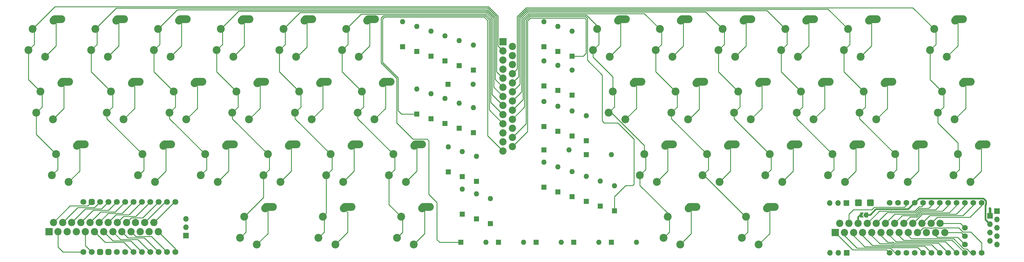
<source format=gbr>
%TF.GenerationSoftware,KiCad,Pcbnew,7.0.7*%
%TF.CreationDate,2023-09-01T02:06:52-04:00*%
%TF.ProjectId,rowStaggeredSplit,726f7753-7461-4676-9765-72656453706c,rev?*%
%TF.SameCoordinates,Original*%
%TF.FileFunction,Copper,L1,Top*%
%TF.FilePolarity,Positive*%
%FSLAX46Y46*%
G04 Gerber Fmt 4.6, Leading zero omitted, Abs format (unit mm)*
G04 Created by KiCad (PCBNEW 7.0.7) date 2023-09-01 02:06:52*
%MOMM*%
%LPD*%
G01*
G04 APERTURE LIST*
G04 Aperture macros list*
%AMRoundRect*
0 Rectangle with rounded corners*
0 $1 Rounding radius*
0 $2 $3 $4 $5 $6 $7 $8 $9 X,Y pos of 4 corners*
0 Add a 4 corners polygon primitive as box body*
4,1,4,$2,$3,$4,$5,$6,$7,$8,$9,$2,$3,0*
0 Add four circle primitives for the rounded corners*
1,1,$1+$1,$2,$3*
1,1,$1+$1,$4,$5*
1,1,$1+$1,$6,$7*
1,1,$1+$1,$8,$9*
0 Add four rect primitives between the rounded corners*
20,1,$1+$1,$2,$3,$4,$5,0*
20,1,$1+$1,$4,$5,$6,$7,0*
20,1,$1+$1,$6,$7,$8,$9,0*
20,1,$1+$1,$8,$9,$2,$3,0*%
%AMHorizOval*
0 Thick line with rounded ends*
0 $1 width*
0 $2 $3 position (X,Y) of the first rounded end (center of the circle)*
0 $4 $5 position (X,Y) of the second rounded end (center of the circle)*
0 Add line between two ends*
20,1,$1,$2,$3,$4,$5,0*
0 Add two circle primitives to create the rounded ends*
1,1,$1,$2,$3*
1,1,$1,$4,$5*%
%AMFreePoly0*
4,1,6,1.000000,0.000000,0.500000,-0.750000,-0.500000,-0.750000,-0.500000,0.750000,0.500000,0.750000,1.000000,0.000000,1.000000,0.000000,$1*%
%AMFreePoly1*
4,1,6,0.500000,-0.750000,-0.650000,-0.750000,-0.150000,0.000000,-0.650000,0.750000,0.500000,0.750000,0.500000,-0.750000,0.500000,-0.750000,$1*%
G04 Aperture macros list end*
%TA.AperFunction,ComponentPad*%
%ADD10C,2.400000*%
%TD*%
%TA.AperFunction,ComponentPad*%
%ADD11HorizOval,2.400000X0.999962X0.008727X-0.999962X-0.008727X0*%
%TD*%
%TA.AperFunction,ComponentPad*%
%ADD12RoundRect,0.250000X-0.750000X-0.750000X0.750000X-0.750000X0.750000X0.750000X-0.750000X0.750000X0*%
%TD*%
%TA.AperFunction,ComponentPad*%
%ADD13R,1.600000X1.600000*%
%TD*%
%TA.AperFunction,ComponentPad*%
%ADD14O,1.600000X1.600000*%
%TD*%
%TA.AperFunction,ComponentPad*%
%ADD15R,1.700000X1.700000*%
%TD*%
%TA.AperFunction,ComponentPad*%
%ADD16O,1.700000X1.700000*%
%TD*%
%TA.AperFunction,ComponentPad*%
%ADD17C,1.800000*%
%TD*%
%TA.AperFunction,ComponentPad*%
%ADD18RoundRect,0.450000X0.450000X-0.450000X0.450000X0.450000X-0.450000X0.450000X-0.450000X-0.450000X0*%
%TD*%
%TA.AperFunction,ComponentPad*%
%ADD19R,2.200000X2.200000*%
%TD*%
%TA.AperFunction,ComponentPad*%
%ADD20C,2.200000*%
%TD*%
%TA.AperFunction,ComponentPad*%
%ADD21C,1.752600*%
%TD*%
%TA.AperFunction,SMDPad,CuDef*%
%ADD22FreePoly0,180.000000*%
%TD*%
%TA.AperFunction,SMDPad,CuDef*%
%ADD23FreePoly1,180.000000*%
%TD*%
%TA.AperFunction,ViaPad*%
%ADD24C,0.800000*%
%TD*%
%TA.AperFunction,Conductor*%
%ADD25C,0.250000*%
%TD*%
%TA.AperFunction,Conductor*%
%ADD26C,0.750000*%
%TD*%
%TA.AperFunction,Conductor*%
%ADD27C,0.500000*%
%TD*%
G04 APERTURE END LIST*
D10*
%TO.P,MX6,1,1*%
%TO.N,col5*%
X145732500Y-193675000D03*
%TO.P,MX6,2,2*%
%TO.N,Net-(D6-A)*%
X149542500Y-202115000D03*
%TO.P,MX6,1,1*%
%TO.N,col5*%
X144442500Y-200115000D03*
D11*
%TO.P,MX6,2,2*%
%TO.N,Net-(D6-A)*%
X153442542Y-190674599D03*
D10*
X152082500Y-191135000D03*
%TD*%
%TO.P,MX24,1,1*%
%TO.N,col11*%
X326707500Y-212725000D03*
%TO.P,MX24,2,2*%
%TO.N,Net-(D24-A)*%
X330517500Y-221165000D03*
%TO.P,MX24,1,1*%
%TO.N,col11*%
X325417500Y-219165000D03*
D11*
%TO.P,MX24,2,2*%
%TO.N,Net-(D24-A)*%
X334417542Y-209724599D03*
D10*
X333057500Y-210185000D03*
%TD*%
%TO.P,MX39,1,1*%
%TO.N,col5*%
X162401250Y-250825000D03*
%TO.P,MX39,2,2*%
%TO.N,Net-(D39-A)*%
X166211250Y-259265000D03*
%TO.P,MX39,1,1*%
%TO.N,col5*%
X161111250Y-257265000D03*
D11*
%TO.P,MX39,2,2*%
%TO.N,Net-(D39-A)*%
X170111292Y-247824599D03*
D10*
X168751250Y-248285000D03*
%TD*%
%TO.P,MX40,1,1*%
%TO.N,col6*%
X243363750Y-250825000D03*
%TO.P,MX40,2,2*%
%TO.N,Net-(D40-A)*%
X247173750Y-259265000D03*
%TO.P,MX40,1,1*%
%TO.N,col6*%
X242073750Y-257265000D03*
D11*
%TO.P,MX40,2,2*%
%TO.N,Net-(D40-A)*%
X251073792Y-247824599D03*
D10*
X249713750Y-248285000D03*
%TD*%
%TO.P,MX14,1,1*%
%TO.N,col1*%
X74295000Y-212725000D03*
%TO.P,MX14,2,2*%
%TO.N,Net-(D14-A)*%
X78105000Y-221165000D03*
%TO.P,MX14,1,1*%
%TO.N,col1*%
X73005000Y-219165000D03*
D11*
%TO.P,MX14,2,2*%
%TO.N,Net-(D14-A)*%
X82005042Y-209724599D03*
D10*
X80645000Y-210185000D03*
%TD*%
%TO.P,MX10,1,1*%
%TO.N,col9*%
X279082500Y-193675000D03*
%TO.P,MX10,2,2*%
%TO.N,Net-(D10-A)*%
X282892500Y-202115000D03*
%TO.P,MX10,1,1*%
%TO.N,col9*%
X277792500Y-200115000D03*
D11*
%TO.P,MX10,2,2*%
%TO.N,Net-(D10-A)*%
X286792542Y-190674599D03*
D10*
X285432500Y-191135000D03*
%TD*%
%TO.P,MX7,1,1*%
%TO.N,col6*%
X221932500Y-193675000D03*
%TO.P,MX7,2,2*%
%TO.N,Net-(D7-A)*%
X225742500Y-202115000D03*
%TO.P,MX7,1,1*%
%TO.N,col6*%
X220642500Y-200115000D03*
D11*
%TO.P,MX7,2,2*%
%TO.N,Net-(D7-A)*%
X229642542Y-190674599D03*
D10*
X228282500Y-191135000D03*
%TD*%
%TO.P,MX11,1,1*%
%TO.N,col10*%
X298132500Y-193675000D03*
%TO.P,MX11,2,2*%
%TO.N,Net-(D11-A)*%
X301942500Y-202115000D03*
%TO.P,MX11,1,1*%
%TO.N,col10*%
X296842500Y-200115000D03*
D11*
%TO.P,MX11,2,2*%
%TO.N,Net-(D11-A)*%
X305842542Y-190674599D03*
D10*
X304482500Y-191135000D03*
%TD*%
%TO.P,MX16,1,1*%
%TO.N,col3*%
X112395000Y-212725000D03*
%TO.P,MX16,2,2*%
%TO.N,Net-(D16-A)*%
X116205000Y-221165000D03*
%TO.P,MX16,1,1*%
%TO.N,col3*%
X111105000Y-219165000D03*
D11*
%TO.P,MX16,2,2*%
%TO.N,Net-(D16-A)*%
X120105042Y-209724599D03*
D10*
X118745000Y-210185000D03*
%TD*%
%TO.P,MX37,1,1*%
%TO.N,col3*%
X114776250Y-250825000D03*
%TO.P,MX37,2,2*%
%TO.N,Net-(D37-A)*%
X118586250Y-259265000D03*
%TO.P,MX37,1,1*%
%TO.N,col3*%
X113486250Y-257265000D03*
D11*
%TO.P,MX37,2,2*%
%TO.N,Net-(D37-A)*%
X122486292Y-247824599D03*
D10*
X121126250Y-248285000D03*
%TD*%
%TO.P,MX33,1,1*%
%TO.N,col8*%
X274320000Y-231775000D03*
%TO.P,MX33,2,2*%
%TO.N,Net-(D33-A)*%
X278130000Y-240215000D03*
%TO.P,MX33,1,1*%
%TO.N,col8*%
X273030000Y-238215000D03*
D11*
%TO.P,MX33,2,2*%
%TO.N,Net-(D33-A)*%
X282030042Y-228774599D03*
D10*
X280670000Y-229235000D03*
%TD*%
%TO.P,MX22,1,1*%
%TO.N,col9*%
X283845000Y-212725000D03*
%TO.P,MX22,2,2*%
%TO.N,Net-(D22-A)*%
X287655000Y-221165000D03*
%TO.P,MX22,1,1*%
%TO.N,col9*%
X282555000Y-219165000D03*
D11*
%TO.P,MX22,2,2*%
%TO.N,Net-(D22-A)*%
X291555042Y-209724599D03*
D10*
X290195000Y-210185000D03*
%TD*%
%TO.P,MX25,1,1*%
%TO.N,col0*%
X57626250Y-231775000D03*
%TO.P,MX25,2,2*%
%TO.N,Net-(D25-A)*%
X61436250Y-240215000D03*
%TO.P,MX25,1,1*%
%TO.N,col0*%
X56336250Y-238215000D03*
D11*
%TO.P,MX25,2,2*%
%TO.N,Net-(D25-A)*%
X65336292Y-228774599D03*
D10*
X63976250Y-229235000D03*
%TD*%
%TO.P,MX2,1,1*%
%TO.N,col1*%
X69532500Y-193675000D03*
%TO.P,MX2,2,2*%
%TO.N,Net-(D2-A)*%
X73342500Y-202115000D03*
%TO.P,MX2,1,1*%
%TO.N,col1*%
X68242500Y-200115000D03*
D11*
%TO.P,MX2,2,2*%
%TO.N,Net-(D2-A)*%
X77242542Y-190674599D03*
D10*
X75882500Y-191135000D03*
%TD*%
%TO.P,MX5,1,1*%
%TO.N,col4*%
X126682500Y-193675000D03*
%TO.P,MX5,2,2*%
%TO.N,Net-(D5-A)*%
X130492500Y-202115000D03*
%TO.P,MX5,1,1*%
%TO.N,col4*%
X125392500Y-200115000D03*
D11*
%TO.P,MX5,2,2*%
%TO.N,Net-(D5-A)*%
X134392542Y-190674599D03*
D10*
X133032500Y-191135000D03*
%TD*%
%TO.P,MX21,1,1*%
%TO.N,col8*%
X264795000Y-212725000D03*
%TO.P,MX21,2,2*%
%TO.N,Net-(D21-A)*%
X268605000Y-221165000D03*
%TO.P,MX21,1,1*%
%TO.N,col8*%
X263505000Y-219165000D03*
D11*
%TO.P,MX21,2,2*%
%TO.N,Net-(D21-A)*%
X272505042Y-209724599D03*
D10*
X271145000Y-210185000D03*
%TD*%
%TO.P,MX1,1,1*%
%TO.N,col0*%
X50482500Y-193675000D03*
%TO.P,MX1,2,2*%
%TO.N,Net-(D1-A)*%
X54292500Y-202115000D03*
%TO.P,MX1,1,1*%
%TO.N,col0*%
X49192500Y-200115000D03*
D11*
%TO.P,MX1,2,2*%
%TO.N,Net-(D1-A)*%
X58192542Y-190674599D03*
D10*
X56832500Y-191135000D03*
%TD*%
%TO.P,MX27,1,1*%
%TO.N,col2*%
X102870000Y-231775000D03*
%TO.P,MX27,2,2*%
%TO.N,Net-(D27-A)*%
X106680000Y-240215000D03*
%TO.P,MX27,1,1*%
%TO.N,col2*%
X101580000Y-238215000D03*
D11*
%TO.P,MX27,2,2*%
%TO.N,Net-(D27-A)*%
X110580042Y-228774599D03*
D10*
X109220000Y-229235000D03*
%TD*%
%TO.P,MX36,1,1*%
%TO.N,col11*%
X331470000Y-231775000D03*
%TO.P,MX36,2,2*%
%TO.N,Net-(D36-A)*%
X335280000Y-240215000D03*
%TO.P,MX36,1,1*%
%TO.N,col11*%
X330180000Y-238215000D03*
D11*
%TO.P,MX36,2,2*%
%TO.N,Net-(D36-A)*%
X339180042Y-228774599D03*
D10*
X337820000Y-229235000D03*
%TD*%
%TO.P,MX13,1,1*%
%TO.N,col0*%
X52863750Y-212725000D03*
%TO.P,MX13,2,2*%
%TO.N,Net-(D13-A)*%
X56673750Y-221165000D03*
%TO.P,MX13,1,1*%
%TO.N,col0*%
X51573750Y-219165000D03*
D11*
%TO.P,MX13,2,2*%
%TO.N,Net-(D13-A)*%
X60573792Y-209724599D03*
D10*
X59213750Y-210185000D03*
%TD*%
%TO.P,MX18,1,1*%
%TO.N,col5*%
X150495000Y-212725000D03*
%TO.P,MX18,2,2*%
%TO.N,Net-(D18-A)*%
X154305000Y-221165000D03*
%TO.P,MX18,1,1*%
%TO.N,col5*%
X149205000Y-219165000D03*
D11*
%TO.P,MX18,2,2*%
%TO.N,Net-(D18-A)*%
X158205042Y-209724599D03*
D10*
X156845000Y-210185000D03*
%TD*%
%TO.P,MX12,1,1*%
%TO.N,col11*%
X324326250Y-193675000D03*
%TO.P,MX12,2,2*%
%TO.N,Net-(D12-A)*%
X328136250Y-202115000D03*
%TO.P,MX12,1,1*%
%TO.N,col11*%
X323036250Y-200115000D03*
D11*
%TO.P,MX12,2,2*%
%TO.N,Net-(D12-A)*%
X332036292Y-190674599D03*
D10*
X330676250Y-191135000D03*
%TD*%
%TO.P,MX9,1,1*%
%TO.N,col8*%
X260032500Y-193675000D03*
%TO.P,MX9,2,2*%
%TO.N,Net-(D9-A)*%
X263842500Y-202115000D03*
%TO.P,MX9,1,1*%
%TO.N,col8*%
X258742500Y-200115000D03*
D11*
%TO.P,MX9,2,2*%
%TO.N,Net-(D9-A)*%
X267742542Y-190674599D03*
D10*
X266382500Y-191135000D03*
%TD*%
%TO.P,MX30,1,1*%
%TO.N,col5*%
X160020000Y-231775000D03*
%TO.P,MX30,2,2*%
%TO.N,Net-(D30-A)*%
X163830000Y-240215000D03*
%TO.P,MX30,1,1*%
%TO.N,col5*%
X158730000Y-238215000D03*
D11*
%TO.P,MX30,2,2*%
%TO.N,Net-(D30-A)*%
X167730042Y-228774599D03*
D10*
X166370000Y-229235000D03*
%TD*%
%TO.P,MX20,1,1*%
%TO.N,col7*%
X245745000Y-212725000D03*
%TO.P,MX20,2,2*%
%TO.N,Net-(D20-A)*%
X249555000Y-221165000D03*
%TO.P,MX20,1,1*%
%TO.N,col7*%
X244455000Y-219165000D03*
D11*
%TO.P,MX20,2,2*%
%TO.N,Net-(D20-A)*%
X253455042Y-209724599D03*
D10*
X252095000Y-210185000D03*
%TD*%
%TO.P,MX38,1,1*%
%TO.N,col4*%
X138588750Y-250825000D03*
%TO.P,MX38,2,2*%
%TO.N,Net-(D38-A)*%
X142398750Y-259265000D03*
%TO.P,MX38,1,1*%
%TO.N,col4*%
X137298750Y-257265000D03*
D11*
%TO.P,MX38,2,2*%
%TO.N,Net-(D38-A)*%
X146298792Y-247824599D03*
D10*
X144938750Y-248285000D03*
%TD*%
%TO.P,MX19,1,1*%
%TO.N,col6*%
X226695000Y-212725000D03*
%TO.P,MX19,2,2*%
%TO.N,Net-(D19-A)*%
X230505000Y-221165000D03*
%TO.P,MX19,1,1*%
%TO.N,col6*%
X225405000Y-219165000D03*
D11*
%TO.P,MX19,2,2*%
%TO.N,Net-(D19-A)*%
X234405042Y-209724599D03*
D10*
X233045000Y-210185000D03*
%TD*%
%TO.P,MX3,1,1*%
%TO.N,col2*%
X88582500Y-193675000D03*
%TO.P,MX3,2,2*%
%TO.N,Net-(D3-A)*%
X92392500Y-202115000D03*
%TO.P,MX3,1,1*%
%TO.N,col2*%
X87292500Y-200115000D03*
D11*
%TO.P,MX3,2,2*%
%TO.N,Net-(D3-A)*%
X96292542Y-190674599D03*
D10*
X94932500Y-191135000D03*
%TD*%
%TO.P,MX32,1,1*%
%TO.N,col7*%
X255270000Y-231775000D03*
%TO.P,MX32,2,2*%
%TO.N,Net-(D32-A)*%
X259080000Y-240215000D03*
%TO.P,MX32,1,1*%
%TO.N,col7*%
X253980000Y-238215000D03*
D11*
%TO.P,MX32,2,2*%
%TO.N,Net-(D32-A)*%
X262980042Y-228774599D03*
D10*
X261620000Y-229235000D03*
%TD*%
%TO.P,MX15,1,1*%
%TO.N,col2*%
X93345000Y-212725000D03*
%TO.P,MX15,2,2*%
%TO.N,Net-(D15-A)*%
X97155000Y-221165000D03*
%TO.P,MX15,1,1*%
%TO.N,col2*%
X92055000Y-219165000D03*
D11*
%TO.P,MX15,2,2*%
%TO.N,Net-(D15-A)*%
X101055042Y-209724599D03*
D10*
X99695000Y-210185000D03*
%TD*%
%TO.P,MX35,1,1*%
%TO.N,col10*%
X312420000Y-231775000D03*
%TO.P,MX35,2,2*%
%TO.N,Net-(D35-A)*%
X316230000Y-240215000D03*
%TO.P,MX35,1,1*%
%TO.N,col10*%
X311130000Y-238215000D03*
D11*
%TO.P,MX35,2,2*%
%TO.N,Net-(D35-A)*%
X320130042Y-228774599D03*
D10*
X318770000Y-229235000D03*
%TD*%
%TO.P,MX29,1,1*%
%TO.N,col4*%
X140970000Y-231775000D03*
%TO.P,MX29,2,2*%
%TO.N,Net-(D29-A)*%
X144780000Y-240215000D03*
%TO.P,MX29,1,1*%
%TO.N,col4*%
X139680000Y-238215000D03*
D11*
%TO.P,MX29,2,2*%
%TO.N,Net-(D29-A)*%
X148680042Y-228774599D03*
D10*
X147320000Y-229235000D03*
%TD*%
%TO.P,MX31,1,1*%
%TO.N,col6*%
X236220000Y-231775000D03*
%TO.P,MX31,2,2*%
%TO.N,Net-(D31-A)*%
X240030000Y-240215000D03*
%TO.P,MX31,1,1*%
%TO.N,col6*%
X234930000Y-238215000D03*
D11*
%TO.P,MX31,2,2*%
%TO.N,Net-(D31-A)*%
X243930042Y-228774599D03*
D10*
X242570000Y-229235000D03*
%TD*%
%TO.P,MX28,1,1*%
%TO.N,col3*%
X121920000Y-231775000D03*
%TO.P,MX28,2,2*%
%TO.N,Net-(D28-A)*%
X125730000Y-240215000D03*
%TO.P,MX28,1,1*%
%TO.N,col3*%
X120630000Y-238215000D03*
D11*
%TO.P,MX28,2,2*%
%TO.N,Net-(D28-A)*%
X129630042Y-228774599D03*
D10*
X128270000Y-229235000D03*
%TD*%
%TO.P,MX4,1,1*%
%TO.N,col3*%
X107632500Y-193675000D03*
%TO.P,MX4,2,2*%
%TO.N,Net-(D4-A)*%
X111442500Y-202115000D03*
%TO.P,MX4,1,1*%
%TO.N,col3*%
X106342500Y-200115000D03*
D11*
%TO.P,MX4,2,2*%
%TO.N,Net-(D4-A)*%
X115342542Y-190674599D03*
D10*
X113982500Y-191135000D03*
%TD*%
%TO.P,MX23,1,1*%
%TO.N,col10*%
X302895000Y-212725000D03*
%TO.P,MX23,2,2*%
%TO.N,Net-(D23-A)*%
X306705000Y-221165000D03*
%TO.P,MX23,1,1*%
%TO.N,col10*%
X301605000Y-219165000D03*
D11*
%TO.P,MX23,2,2*%
%TO.N,Net-(D23-A)*%
X310605042Y-209724599D03*
D10*
X309245000Y-210185000D03*
%TD*%
%TO.P,MX17,1,1*%
%TO.N,col4*%
X131445000Y-212725000D03*
%TO.P,MX17,2,2*%
%TO.N,Net-(D17-A)*%
X135255000Y-221165000D03*
%TO.P,MX17,1,1*%
%TO.N,col4*%
X130155000Y-219165000D03*
D11*
%TO.P,MX17,2,2*%
%TO.N,Net-(D17-A)*%
X139155042Y-209724599D03*
D10*
X137795000Y-210185000D03*
%TD*%
%TO.P,MX8,1,1*%
%TO.N,col7*%
X240982500Y-193675000D03*
%TO.P,MX8,2,2*%
%TO.N,Net-(D8-A)*%
X244792500Y-202115000D03*
%TO.P,MX8,1,1*%
%TO.N,col7*%
X239692500Y-200115000D03*
D11*
%TO.P,MX8,2,2*%
%TO.N,Net-(D8-A)*%
X248692542Y-190674599D03*
D10*
X247332500Y-191135000D03*
%TD*%
%TO.P,MX26,1,1*%
%TO.N,col1*%
X83820000Y-231775000D03*
%TO.P,MX26,2,2*%
%TO.N,Net-(D26-A)*%
X87630000Y-240215000D03*
%TO.P,MX26,1,1*%
%TO.N,col1*%
X82530000Y-238215000D03*
D11*
%TO.P,MX26,2,2*%
%TO.N,Net-(D26-A)*%
X91530042Y-228774599D03*
D10*
X90170000Y-229235000D03*
%TD*%
%TO.P,MX41,1,1*%
%TO.N,col7*%
X267176250Y-250825000D03*
%TO.P,MX41,2,2*%
%TO.N,Net-(D41-A)*%
X270986250Y-259265000D03*
%TO.P,MX41,1,1*%
%TO.N,col7*%
X265886250Y-257265000D03*
D11*
%TO.P,MX41,2,2*%
%TO.N,Net-(D41-A)*%
X274886292Y-247824599D03*
D10*
X273526250Y-248285000D03*
%TD*%
%TO.P,MX34,1,1*%
%TO.N,col9*%
X293370000Y-231775000D03*
%TO.P,MX34,2,2*%
%TO.N,Net-(D34-A)*%
X297180000Y-240215000D03*
%TO.P,MX34,1,1*%
%TO.N,col9*%
X292080000Y-238215000D03*
D11*
%TO.P,MX34,2,2*%
%TO.N,Net-(D34-A)*%
X301080042Y-228774599D03*
D10*
X299720000Y-229235000D03*
%TD*%
D12*
%TO.P,J4,1,Pin_1*%
%TO.N,Net-(J4-Pin_1)*%
X301305000Y-246600000D03*
%TD*%
D13*
%TO.P,D12,1,K*%
%TO.N,row0*%
X214310000Y-213836250D03*
D14*
%TO.P,D12,2,A*%
%TO.N,Net-(D12-A)*%
X214310000Y-206216250D03*
%TD*%
D13*
%TO.P,D23,1,K*%
%TO.N,row1*%
X205740000Y-230505000D03*
D14*
%TO.P,D23,2,A*%
%TO.N,Net-(D23-A)*%
X213360000Y-230505000D03*
%TD*%
D15*
%TO.P,J3,1,Pin_1*%
%TO.N,Net-(J3-Pin_1)*%
X343350000Y-249140000D03*
D16*
%TO.P,J3,2,Pin_2*%
%TO.N,gnd2*%
X343350000Y-251680000D03*
%TO.P,J3,3,Pin_3*%
%TO.N,Net-(J10-Pin_2)*%
X343350000Y-254220000D03*
%TO.P,J3,4,Pin_4*%
%TO.N,Net-(J10-Pin_3)*%
X343350000Y-256760000D03*
%TO.P,J3,5,Pin_5*%
%TO.N,Net-(J10-Pin_4)*%
X343350000Y-259300000D03*
%TD*%
D13*
%TO.P,D33,1,K*%
%TO.N,row2*%
X214312500Y-244697500D03*
D14*
%TO.P,D33,2,A*%
%TO.N,Net-(D33-A)*%
X214312500Y-237077500D03*
%TD*%
D17*
%TO.P,U2,1,D3-TX*%
%TO.N,d3*%
X65900000Y-261540000D03*
%TO.P,U2,2,D2-RX*%
%TO.N,d2*%
X68440000Y-261540000D03*
D18*
%TO.P,U2,3,GND*%
%TO.N,gndPM2*%
X70980000Y-261540000D03*
%TO.P,U2,4,GND*%
%TO.N,unconnected-(U2-GND-Pad4)*%
X73520000Y-261540000D03*
D17*
%TO.P,U2,5,D1*%
%TO.N,d1*%
X76060000Y-261540000D03*
%TO.P,U2,6,D0*%
%TO.N,d0*%
X78600000Y-261540000D03*
%TO.P,U2,7,D4*%
%TO.N,d4*%
X81140000Y-261540000D03*
%TO.P,U2,8,C6*%
%TO.N,c6*%
X83680000Y-261540000D03*
%TO.P,U2,9,D7*%
%TO.N,d7*%
X86220000Y-261540000D03*
%TO.P,U2,10,E6*%
%TO.N,e6*%
X88760000Y-261540000D03*
%TO.P,U2,11,B4*%
%TO.N,b4*%
X91300000Y-261540000D03*
%TO.P,U2,12,B5*%
%TO.N,b5*%
X93840000Y-261540000D03*
%TO.P,U2,13,B0*%
%TO.N,unconnected-(U2-B0-Pad13)*%
X65900000Y-246300000D03*
D18*
%TO.P,U2,14,GND*%
%TO.N,gndPM*%
X68440000Y-246300000D03*
D17*
%TO.P,U2,15,RST*%
%TO.N,rstPM*%
X70980000Y-246300000D03*
%TO.P,U2,16,VCC*%
%TO.N,vccPM*%
X73520000Y-246300000D03*
%TO.P,U2,17,F4*%
%TO.N,f4*%
X76060000Y-246300000D03*
%TO.P,U2,18,F5*%
%TO.N,f5*%
X78600000Y-246300000D03*
%TO.P,U2,19,F6*%
%TO.N,f6*%
X81140000Y-246300000D03*
%TO.P,U2,20,F7*%
%TO.N,f7*%
X83680000Y-246300000D03*
%TO.P,U2,21,B1*%
%TO.N,b1*%
X86220000Y-246300000D03*
%TO.P,U2,22,B3*%
%TO.N,b3*%
X88760000Y-246300000D03*
%TO.P,U2,23,B2*%
%TO.N,b2*%
X91300000Y-246300000D03*
%TO.P,U2,24,B6*%
%TO.N,b6*%
X93840000Y-246300000D03*
%TD*%
D13*
%TO.P,D17,1,K*%
%TO.N,row1*%
X171450000Y-220980000D03*
D14*
%TO.P,D17,2,A*%
%TO.N,Net-(D17-A)*%
X171450000Y-213360000D03*
%TD*%
D13*
%TO.P,D16,1,K*%
%TO.N,row1*%
X175736250Y-222408750D03*
D14*
%TO.P,D16,2,A*%
%TO.N,Net-(D16-A)*%
X175736250Y-214788750D03*
%TD*%
D13*
%TO.P,D25,1,K*%
%TO.N,row2*%
X189530000Y-252880000D03*
D14*
%TO.P,D25,2,A*%
%TO.N,Net-(D25-A)*%
X189530000Y-245260000D03*
%TD*%
D13*
%TO.P,D3,1,K*%
%TO.N,row0*%
X171450000Y-201930000D03*
D14*
%TO.P,D3,2,A*%
%TO.N,Net-(D3-A)*%
X171450000Y-194310000D03*
%TD*%
D13*
%TO.P,D41,1,K*%
%TO.N,row3*%
X214788750Y-258603750D03*
D14*
%TO.P,D41,2,A*%
%TO.N,Net-(D41-A)*%
X222408750Y-258603750D03*
%TD*%
D15*
%TO.P,J6,1,Pin_1*%
%TO.N,unconnected-(J6-Pin_1-Pad1)*%
X297675000Y-246645000D03*
D16*
%TO.P,J6,2,Pin_2*%
%TO.N,Net-(J4-Pin_1)*%
X295135000Y-246645000D03*
%TO.P,J6,3,Pin_3*%
%TO.N,gnd2*%
X292595000Y-246645000D03*
%TD*%
D13*
%TO.P,D31,1,K*%
%TO.N,row2*%
X205740000Y-241840000D03*
D14*
%TO.P,D31,2,A*%
%TO.N,Net-(D31-A)*%
X205740000Y-234220000D03*
%TD*%
D13*
%TO.P,D40,1,K*%
%TO.N,row3*%
X226218750Y-258603750D03*
D14*
%TO.P,D40,2,A*%
%TO.N,Net-(D40-A)*%
X233838750Y-258603750D03*
%TD*%
D13*
%TO.P,D14,1,K*%
%TO.N,row1*%
X184308750Y-225266250D03*
D14*
%TO.P,D14,2,A*%
%TO.N,Net-(D14-A)*%
X184308750Y-217646250D03*
%TD*%
D13*
%TO.P,D20,1,K*%
%TO.N,row1*%
X214312500Y-226218750D03*
D14*
%TO.P,D20,2,A*%
%TO.N,Net-(D20-A)*%
X214312500Y-218598750D03*
%TD*%
D13*
%TO.P,D28,1,K*%
%TO.N,row2*%
X185261250Y-240030000D03*
D14*
%TO.P,D28,2,A*%
%TO.N,Net-(D28-A)*%
X185261250Y-232410000D03*
%TD*%
D15*
%TO.P,J7,1,Pin_1*%
%TO.N,unconnected-(J7-Pin_1-Pad1)*%
X297715000Y-261830000D03*
D16*
%TO.P,J7,2,Pin_2*%
%TO.N,Net-(J7-Pin_2)*%
X295175000Y-261830000D03*
%TO.P,J7,3,Pin_3*%
%TO.N,rst*%
X292635000Y-261830000D03*
%TD*%
D19*
%TO.P,J1,1,1*%
%TO.N,unconnected-(J1-Pad1)*%
X193357500Y-197577500D03*
D20*
%TO.P,J1,2,2*%
%TO.N,col0*%
X193357500Y-200347500D03*
%TO.P,J1,3,3*%
%TO.N,unconnected-(J1-Pad3)*%
X193357500Y-203117500D03*
%TO.P,J1,4,4*%
%TO.N,unconnected-(J1-Pad4)*%
X193357500Y-205887500D03*
%TO.P,J1,5,5*%
%TO.N,col1*%
X193357500Y-208657500D03*
%TO.P,J1,6,6*%
%TO.N,col2*%
X193357500Y-211427500D03*
%TO.P,J1,7,7*%
%TO.N,col3*%
X193357500Y-214197500D03*
%TO.P,J1,8,8*%
%TO.N,col4*%
X193357500Y-216967500D03*
%TO.P,J1,9,9*%
%TO.N,col5*%
X193357500Y-219737500D03*
%TO.P,J1,10,10*%
%TO.N,row3*%
X193357500Y-222507500D03*
%TO.P,J1,11,11*%
%TO.N,unconnected-(J1-Pad11)*%
X193357500Y-225277500D03*
%TO.P,J1,12,12*%
%TO.N,unconnected-(J1-Pad12)*%
X193357500Y-228047500D03*
%TO.P,J1,13,13*%
%TO.N,row1*%
X193357500Y-230817500D03*
%TO.P,J1,14,P14*%
%TO.N,unconnected-(J1-P14-Pad14)*%
X196197500Y-198962500D03*
%TO.P,J1,15,P15*%
%TO.N,unconnected-(J1-P15-Pad15)*%
X196197500Y-201732500D03*
%TO.P,J1,16,P16*%
%TO.N,unconnected-(J1-P16-Pad16)*%
X196197500Y-204502500D03*
%TO.P,J1,17,P17*%
%TO.N,col11*%
X196197500Y-207272500D03*
%TO.P,J1,18,P18*%
%TO.N,col10*%
X196197500Y-210042500D03*
%TO.P,J1,19,P19*%
%TO.N,col9*%
X196197500Y-212812500D03*
%TO.P,J1,20,P20*%
%TO.N,col8*%
X196197500Y-215582500D03*
%TO.P,J1,21,P21*%
%TO.N,col7*%
X196197500Y-218352500D03*
%TO.P,J1,22,P22*%
%TO.N,col6*%
X196197500Y-221122500D03*
%TO.P,J1,23,P23*%
%TO.N,unconnected-(J1-P23-Pad23)*%
X196197500Y-223892500D03*
%TO.P,J1,24,P24*%
%TO.N,row2*%
X196197500Y-226662500D03*
%TO.P,J1,25,P25*%
%TO.N,row0*%
X196197500Y-229432500D03*
%TD*%
D13*
%TO.P,D30,1,K*%
%TO.N,row2*%
X176688750Y-237172500D03*
D14*
%TO.P,D30,2,A*%
%TO.N,Net-(D30-A)*%
X176688750Y-229552500D03*
%TD*%
D21*
%TO.P,U1,1,TX0/P0.06*%
%TO.N,006*%
X310780000Y-261820000D03*
%TO.P,U1,2,RX1/P0.08*%
%TO.N,008*%
X313320000Y-261820000D03*
%TO.P,U1,3,GND*%
%TO.N,Net-(J7-Pin_2)*%
X315860000Y-261820000D03*
%TO.P,U1,4,GND*%
%TO.N,gnd*%
X318400000Y-261820000D03*
%TO.P,U1,5,P0.17*%
%TO.N,017*%
X320940000Y-261820000D03*
%TO.P,U1,6,P0.20*%
%TO.N,020*%
X323480000Y-261820000D03*
%TO.P,U1,7,P0.22*%
%TO.N,022*%
X326020000Y-261820000D03*
%TO.P,U1,8,P0.24*%
%TO.N,024*%
X328560000Y-261820000D03*
%TO.P,U1,9,P1.00*%
%TO.N,100*%
X331100000Y-261820000D03*
%TO.P,U1,10,P0.11*%
%TO.N,011*%
X333640000Y-261820000D03*
%TO.P,U1,11,P1.04*%
%TO.N,004*%
X336180000Y-261820000D03*
%TO.P,U1,12,P1.06*%
%TO.N,106*%
X338720000Y-261820000D03*
%TO.P,U1,13,NFC1/P0.09*%
%TO.N,009*%
X338720000Y-246580000D03*
%TO.P,U1,14,NFC2/P0.10*%
%TO.N,010*%
X336180000Y-246580000D03*
%TO.P,U1,15,P1.11*%
%TO.N,111*%
X333640000Y-246580000D03*
%TO.P,U1,16,P1.13*%
%TO.N,113*%
X331100000Y-246580000D03*
%TO.P,U1,17,P1.15*%
%TO.N,115*%
X328560000Y-246580000D03*
%TO.P,U1,18,AIN0/P0.02*%
%TO.N,002*%
X326020000Y-246580000D03*
%TO.P,U1,19,AIN5/P0.29*%
%TO.N,029*%
X323480000Y-246580000D03*
%TO.P,U1,20,AIN7/P0.31*%
%TO.N,031*%
X320940000Y-246580000D03*
%TO.P,U1,21,VCC*%
%TO.N,Net-(J10-Pin_2)*%
X318400000Y-246580000D03*
%TO.P,U1,22,RST*%
%TO.N,rst*%
X315860000Y-246580000D03*
%TO.P,U1,23,GND*%
%TO.N,gnd2*%
X313320000Y-246580000D03*
%TO.P,U1,24,BATIN/P0.04*%
%TO.N,Net-(J5-Pin_1)*%
X310780000Y-246580000D03*
%TO.P,U1,31,P1.01*%
%TO.N,101*%
X333640000Y-259280000D03*
%TO.P,U1,32,P1.02*%
%TO.N,102*%
X333640000Y-256740000D03*
%TO.P,U1,33,P1.07*%
%TO.N,107*%
X333640000Y-254200000D03*
%TD*%
D13*
%TO.P,D26,1,K*%
%TO.N,row2*%
X185250000Y-251460000D03*
D14*
%TO.P,D26,2,A*%
%TO.N,Net-(D26-A)*%
X185250000Y-243840000D03*
%TD*%
D22*
%TO.P,JP4,1,A*%
%TO.N,Net-(J10-Pin_2)*%
X303755000Y-250260000D03*
D23*
%TO.P,JP4,2,B*%
%TO.N,vccJ*%
X302305000Y-250260000D03*
%TD*%
D13*
%TO.P,D5,1,K*%
%TO.N,row0*%
X180022500Y-204787500D03*
D14*
%TO.P,D5,2,A*%
%TO.N,Net-(D5-A)*%
X180022500Y-197167500D03*
%TD*%
D13*
%TO.P,D24,1,K*%
%TO.N,row1*%
X218598750Y-231933750D03*
D14*
%TO.P,D24,2,A*%
%TO.N,Net-(D24-A)*%
X226218750Y-231933750D03*
%TD*%
D13*
%TO.P,D13,1,K*%
%TO.N,row1*%
X176680000Y-210480000D03*
D14*
%TO.P,D13,2,A*%
%TO.N,Net-(D13-A)*%
X184300000Y-210480000D03*
%TD*%
D13*
%TO.P,D21,1,K*%
%TO.N,row1*%
X210026250Y-224790000D03*
D14*
%TO.P,D21,2,A*%
%TO.N,Net-(D21-A)*%
X210026250Y-217170000D03*
%TD*%
D13*
%TO.P,D9,1,K*%
%TO.N,row0*%
X214312500Y-201930000D03*
D14*
%TO.P,D9,2,A*%
%TO.N,Net-(D9-A)*%
X214312500Y-194310000D03*
%TD*%
D13*
%TO.P,D6,1,K*%
%TO.N,row0*%
X184308750Y-206216250D03*
D14*
%TO.P,D6,2,A*%
%TO.N,Net-(D6-A)*%
X184308750Y-198596250D03*
%TD*%
D13*
%TO.P,D34,1,K*%
%TO.N,row2*%
X218598750Y-246126250D03*
D14*
%TO.P,D34,2,A*%
%TO.N,Net-(D34-A)*%
X218598750Y-238506250D03*
%TD*%
D13*
%TO.P,D29,1,K*%
%TO.N,row2*%
X180975000Y-238601250D03*
D14*
%TO.P,D29,2,A*%
%TO.N,Net-(D29-A)*%
X180975000Y-230981250D03*
%TD*%
D13*
%TO.P,D22,1,K*%
%TO.N,row1*%
X205740000Y-223361250D03*
D14*
%TO.P,D22,2,A*%
%TO.N,Net-(D22-A)*%
X205740000Y-215741250D03*
%TD*%
D13*
%TO.P,D39,1,K*%
%TO.N,row3*%
X180498750Y-258603750D03*
D14*
%TO.P,D39,2,A*%
%TO.N,Net-(D39-A)*%
X188118750Y-258603750D03*
%TD*%
D13*
%TO.P,D4,1,K*%
%TO.N,row0*%
X175736250Y-203358750D03*
D14*
%TO.P,D4,2,A*%
%TO.N,Net-(D4-A)*%
X175736250Y-195738750D03*
%TD*%
D13*
%TO.P,D8,1,K*%
%TO.N,row0*%
X210026250Y-200501250D03*
D14*
%TO.P,D8,2,A*%
%TO.N,Net-(D8-A)*%
X210026250Y-192881250D03*
%TD*%
D13*
%TO.P,D15,1,K*%
%TO.N,row1*%
X180022500Y-223837500D03*
D14*
%TO.P,D15,2,A*%
%TO.N,Net-(D15-A)*%
X180022500Y-216217500D03*
%TD*%
D12*
%TO.P,J5,1,Pin_1*%
%TO.N,Net-(J5-Pin_1)*%
X304955000Y-246600000D03*
%TD*%
D13*
%TO.P,D38,1,K*%
%TO.N,row3*%
X191928750Y-258603750D03*
D14*
%TO.P,D38,2,A*%
%TO.N,Net-(D38-A)*%
X199548750Y-258603750D03*
%TD*%
D13*
%TO.P,D19,1,K*%
%TO.N,row1*%
X218598750Y-227647500D03*
D14*
%TO.P,D19,2,A*%
%TO.N,Net-(D19-A)*%
X218598750Y-220027500D03*
%TD*%
D15*
%TO.P,J9,1,Pin_1*%
%TO.N,unconnected-(J9-Pin_1-Pad1)*%
X97025000Y-256525000D03*
D16*
%TO.P,J9,2,Pin_2*%
%TO.N,gndPM2*%
X97025000Y-253985000D03*
%TO.P,J9,3,Pin_3*%
%TO.N,rstPM*%
X97025000Y-251445000D03*
%TD*%
D13*
%TO.P,D1,1,K*%
%TO.N,row0*%
X162877500Y-199072500D03*
D14*
%TO.P,D1,2,A*%
%TO.N,Net-(D1-A)*%
X162877500Y-191452500D03*
%TD*%
D13*
%TO.P,D7,1,K*%
%TO.N,row0*%
X205740000Y-199072500D03*
D14*
%TO.P,D7,2,A*%
%TO.N,Net-(D7-A)*%
X205740000Y-191452500D03*
%TD*%
D13*
%TO.P,D36,1,K*%
%TO.N,row2*%
X227171250Y-248983750D03*
D14*
%TO.P,D36,2,A*%
%TO.N,Net-(D36-A)*%
X227171250Y-241363750D03*
%TD*%
D13*
%TO.P,D11,1,K*%
%TO.N,row0*%
X210026250Y-212370000D03*
D14*
%TO.P,D11,2,A*%
%TO.N,Net-(D11-A)*%
X210026250Y-204750000D03*
%TD*%
D13*
%TO.P,D32,1,K*%
%TO.N,row2*%
X210026250Y-243268750D03*
D14*
%TO.P,D32,2,A*%
%TO.N,Net-(D32-A)*%
X210026250Y-235648750D03*
%TD*%
D15*
%TO.P,J10,1,Pin_1*%
%TO.N,gnd2*%
X341225000Y-250510000D03*
D16*
%TO.P,J10,2,Pin_2*%
%TO.N,Net-(J10-Pin_2)*%
X341225000Y-253050000D03*
%TO.P,J10,3,Pin_3*%
%TO.N,Net-(J10-Pin_3)*%
X341225000Y-255590000D03*
%TO.P,J10,4,Pin_4*%
%TO.N,Net-(J10-Pin_4)*%
X341225000Y-258130000D03*
%TD*%
D13*
%TO.P,D27,1,K*%
%TO.N,row2*%
X180960000Y-250020000D03*
D14*
%TO.P,D27,2,A*%
%TO.N,Net-(D27-A)*%
X180960000Y-242400000D03*
%TD*%
D13*
%TO.P,D18,1,K*%
%TO.N,row1*%
X167163750Y-219551250D03*
D14*
%TO.P,D18,2,A*%
%TO.N,Net-(D18-A)*%
X167163750Y-211931250D03*
%TD*%
D13*
%TO.P,D2,1,K*%
%TO.N,row0*%
X167163750Y-200501250D03*
D14*
%TO.P,D2,2,A*%
%TO.N,Net-(D2-A)*%
X167163750Y-192881250D03*
%TD*%
D13*
%TO.P,D10,1,K*%
%TO.N,row0*%
X205740000Y-210970000D03*
D14*
%TO.P,D10,2,A*%
%TO.N,Net-(D10-A)*%
X205740000Y-203350000D03*
%TD*%
D13*
%TO.P,D35,1,K*%
%TO.N,row2*%
X222885000Y-247555000D03*
D14*
%TO.P,D35,2,A*%
%TO.N,Net-(D35-A)*%
X222885000Y-239935000D03*
%TD*%
D13*
%TO.P,D37,1,K*%
%TO.N,row3*%
X203358750Y-258603750D03*
D14*
%TO.P,D37,2,A*%
%TO.N,Net-(D37-A)*%
X210978750Y-258603750D03*
%TD*%
D19*
%TO.P,J2,1,1*%
%TO.N,006*%
X294260000Y-255640000D03*
D20*
%TO.P,J2,2,2*%
%TO.N,008*%
X297030000Y-255640000D03*
%TO.P,J2,3,3*%
%TO.N,017*%
X299800000Y-255640000D03*
%TO.P,J2,4,4*%
%TO.N,020*%
X302570000Y-255640000D03*
%TO.P,J2,5,5*%
%TO.N,022*%
X305340000Y-255640000D03*
%TO.P,J2,6,6*%
%TO.N,024*%
X308110000Y-255640000D03*
%TO.P,J2,7,7*%
%TO.N,100*%
X310880000Y-255640000D03*
%TO.P,J2,8,8*%
%TO.N,011*%
X313650000Y-255640000D03*
%TO.P,J2,9,9*%
%TO.N,004*%
X316420000Y-255640000D03*
%TO.P,J2,10,10*%
%TO.N,106*%
X319190000Y-255640000D03*
%TO.P,J2,11,11*%
%TO.N,gnd2*%
X321960000Y-255640000D03*
%TO.P,J2,12,12*%
%TO.N,101*%
X324730000Y-255640000D03*
%TO.P,J2,13,13*%
%TO.N,102*%
X327500000Y-255640000D03*
%TO.P,J2,14,P14*%
%TO.N,gnd2*%
X295645000Y-252800000D03*
%TO.P,J2,15,P15*%
%TO.N,rst*%
X298415000Y-252800000D03*
%TO.P,J2,16,P16*%
%TO.N,vccJ*%
X301185000Y-252800000D03*
%TO.P,J2,17,P17*%
%TO.N,031*%
X303955000Y-252800000D03*
%TO.P,J2,18,P18*%
%TO.N,029*%
X306725000Y-252800000D03*
%TO.P,J2,19,P19*%
%TO.N,002*%
X309495000Y-252800000D03*
%TO.P,J2,20,P20*%
%TO.N,115*%
X312265000Y-252800000D03*
%TO.P,J2,21,P21*%
%TO.N,113*%
X315035000Y-252800000D03*
%TO.P,J2,22,P22*%
%TO.N,111*%
X317805000Y-252800000D03*
%TO.P,J2,23,P23*%
%TO.N,010*%
X320575000Y-252800000D03*
%TO.P,J2,24,P24*%
%TO.N,009*%
X323345000Y-252800000D03*
%TO.P,J2,25,P25*%
%TO.N,107*%
X326115000Y-252800000D03*
%TD*%
D19*
%TO.P,J8,1,1*%
%TO.N,unconnected-(J8-Pad1)*%
X55455000Y-255390000D03*
D20*
%TO.P,J8,2,2*%
%TO.N,d3*%
X58225000Y-255390000D03*
%TO.P,J8,3,3*%
%TO.N,unconnected-(J8-Pad3)*%
X60995000Y-255390000D03*
%TO.P,J8,4,4*%
%TO.N,unconnected-(J8-Pad4)*%
X63765000Y-255390000D03*
%TO.P,J8,5,5*%
%TO.N,d2*%
X66535000Y-255390000D03*
%TO.P,J8,6,6*%
%TO.N,d4*%
X69305000Y-255390000D03*
%TO.P,J8,7,7*%
%TO.N,c6*%
X72075000Y-255390000D03*
%TO.P,J8,8,8*%
%TO.N,d7*%
X74845000Y-255390000D03*
%TO.P,J8,9,9*%
%TO.N,e6*%
X77615000Y-255390000D03*
%TO.P,J8,10,10*%
%TO.N,b4*%
X80385000Y-255390000D03*
%TO.P,J8,11,11*%
%TO.N,unconnected-(J8-Pad11)*%
X83155000Y-255390000D03*
%TO.P,J8,12,12*%
%TO.N,unconnected-(J8-Pad12)*%
X85925000Y-255390000D03*
%TO.P,J8,13,13*%
%TO.N,b5*%
X88695000Y-255390000D03*
%TO.P,J8,14,P14*%
%TO.N,gndPM*%
X56840000Y-252550000D03*
%TO.P,J8,15,P15*%
%TO.N,rstPM*%
X59610000Y-252550000D03*
%TO.P,J8,16,P16*%
%TO.N,vccPM*%
X62380000Y-252550000D03*
%TO.P,J8,17,P17*%
%TO.N,f4*%
X65150000Y-252550000D03*
%TO.P,J8,18,P18*%
%TO.N,f5*%
X67920000Y-252550000D03*
%TO.P,J8,19,P19*%
%TO.N,f6*%
X70690000Y-252550000D03*
%TO.P,J8,20,P20*%
%TO.N,f7*%
X73460000Y-252550000D03*
%TO.P,J8,21,P21*%
%TO.N,b1*%
X76230000Y-252550000D03*
%TO.P,J8,22,P22*%
%TO.N,b3*%
X79000000Y-252550000D03*
%TO.P,J8,23,P23*%
%TO.N,unconnected-(J8-P23-Pad23)*%
X81770000Y-252550000D03*
%TO.P,J8,24,P24*%
%TO.N,b2*%
X84540000Y-252550000D03*
%TO.P,J8,25,P25*%
%TO.N,b6*%
X87310000Y-252550000D03*
%TD*%
D24*
%TO.N,gnd2*%
X341250000Y-248350000D03*
%TD*%
D25*
%TO.N,row2*%
X200322500Y-222537500D02*
X196197500Y-226662500D01*
X200322500Y-197253869D02*
X200322500Y-222537500D01*
X200320000Y-191010000D02*
X200320000Y-197251369D01*
X201460000Y-189870000D02*
X200320000Y-191010000D01*
X218370000Y-189870000D02*
X201460000Y-189870000D01*
X218967500Y-190467500D02*
X218370000Y-189870000D01*
X218967500Y-203167500D02*
X218967500Y-190467500D01*
X223500000Y-207700000D02*
X218967500Y-203167500D01*
X223500000Y-221700000D02*
X223500000Y-207700000D01*
X228190000Y-222250000D02*
X224050000Y-222250000D01*
X233130000Y-240870000D02*
X233130000Y-227190000D01*
X233130000Y-227190000D02*
X228190000Y-222250000D01*
X224050000Y-222250000D02*
X223500000Y-221700000D01*
X232700000Y-241300000D02*
X233130000Y-240870000D01*
X230600000Y-241300000D02*
X232700000Y-241300000D01*
X227171250Y-244728750D02*
X230600000Y-241300000D01*
X227171250Y-248983750D02*
X227171250Y-244728750D01*
X200320000Y-197251369D02*
X200322500Y-197253869D01*
%TO.N,Net-(D1-A)*%
X57626250Y-191928750D02*
X57626250Y-198781250D01*
X57626250Y-198781250D02*
X54292500Y-202115000D01*
X56832500Y-191135000D02*
X57626250Y-191928750D01*
%TO.N,Net-(D2-A)*%
X76676250Y-198781250D02*
X73342500Y-202115000D01*
X75882500Y-191135000D02*
X76676250Y-191928750D01*
X76676250Y-191928750D02*
X76676250Y-198781250D01*
%TO.N,Net-(D3-A)*%
X95726250Y-191928750D02*
X95726250Y-198781250D01*
X94932500Y-191135000D02*
X95726250Y-191928750D01*
X95726250Y-198781250D02*
X92392500Y-202115000D01*
%TO.N,Net-(D4-A)*%
X114776250Y-191928750D02*
X114776250Y-198781250D01*
X114776250Y-198781250D02*
X111442500Y-202115000D01*
X113982500Y-191135000D02*
X114776250Y-191928750D01*
%TO.N,Net-(D5-A)*%
X133826250Y-199165000D02*
X130876250Y-202115000D01*
X133032500Y-191135000D02*
X133826250Y-191928750D01*
X133826250Y-191928750D02*
X133826250Y-199165000D01*
X130876250Y-202115000D02*
X130492500Y-202115000D01*
%TO.N,Net-(D6-A)*%
X152876250Y-198781250D02*
X149542500Y-202115000D01*
X152876250Y-191928750D02*
X152876250Y-198781250D01*
X152082500Y-191135000D02*
X152876250Y-191928750D01*
%TO.N,Net-(D7-A)*%
X228282500Y-191135000D02*
X229076250Y-191928750D01*
X229076250Y-191928750D02*
X229076250Y-198781250D01*
X229076250Y-198781250D02*
X225742500Y-202115000D01*
%TO.N,Net-(D8-A)*%
X248126250Y-191928750D02*
X248126250Y-198781250D01*
X247332500Y-191135000D02*
X248126250Y-191928750D01*
X248126250Y-198781250D02*
X244792500Y-202115000D01*
%TO.N,Net-(D9-A)*%
X267176250Y-191928750D02*
X267176250Y-198781250D01*
X267176250Y-198781250D02*
X263842500Y-202115000D01*
X266382500Y-191135000D02*
X267176250Y-191928750D01*
%TO.N,Net-(D10-A)*%
X285432500Y-191135000D02*
X286226250Y-191928750D01*
X286226250Y-191928750D02*
X286226250Y-198781250D01*
X286226250Y-198781250D02*
X282892500Y-202115000D01*
%TO.N,Net-(D11-A)*%
X305276250Y-198781250D02*
X301942500Y-202115000D01*
X305276250Y-191928750D02*
X305276250Y-198781250D01*
X304482500Y-191135000D02*
X305276250Y-191928750D01*
%TO.N,Net-(D12-A)*%
X330676250Y-191135000D02*
X331470000Y-191928750D01*
X331470000Y-191928750D02*
X331470000Y-198781250D01*
X331470000Y-198781250D02*
X328136250Y-202115000D01*
%TO.N,Net-(D13-A)*%
X59213750Y-210185000D02*
X60007500Y-210978750D01*
X60007500Y-217831250D02*
X56673750Y-221165000D01*
X60007500Y-210978750D02*
X60007500Y-217831250D01*
%TO.N,Net-(D14-A)*%
X80645000Y-210185000D02*
X81438750Y-210978750D01*
X81438750Y-217831250D02*
X78105000Y-221165000D01*
X81438750Y-210978750D02*
X81438750Y-217831250D01*
%TO.N,Net-(D15-A)*%
X100488750Y-217831250D02*
X97155000Y-221165000D01*
X99695000Y-210185000D02*
X100488750Y-210978750D01*
X100488750Y-210978750D02*
X100488750Y-217831250D01*
%TO.N,Net-(D16-A)*%
X119538750Y-210978750D02*
X119538750Y-217831250D01*
X119538750Y-217831250D02*
X116205000Y-221165000D01*
X118745000Y-210185000D02*
X119538750Y-210978750D01*
%TO.N,Net-(D17-A)*%
X138588750Y-210978750D02*
X138588750Y-217831250D01*
X137795000Y-210185000D02*
X138588750Y-210978750D01*
X138588750Y-217831250D02*
X135255000Y-221165000D01*
%TO.N,Net-(D18-A)*%
X157638750Y-210978750D02*
X157638750Y-217831250D01*
X156845000Y-210185000D02*
X157638750Y-210978750D01*
X157638750Y-217831250D02*
X154305000Y-221165000D01*
%TO.N,Net-(D19-A)*%
X233838750Y-217831250D02*
X230505000Y-221165000D01*
X233838750Y-210978750D02*
X233838750Y-217831250D01*
X233045000Y-210185000D02*
X233838750Y-210978750D01*
%TO.N,Net-(D20-A)*%
X249846250Y-221165000D02*
X249555000Y-221165000D01*
X252888750Y-210978750D02*
X252888750Y-218122500D01*
X252095000Y-210185000D02*
X252888750Y-210978750D01*
X252888750Y-218122500D02*
X249846250Y-221165000D01*
%TO.N,Net-(D21-A)*%
X271938750Y-217831250D02*
X268605000Y-221165000D01*
X271145000Y-210185000D02*
X271938750Y-210978750D01*
X271938750Y-210978750D02*
X271938750Y-217831250D01*
%TO.N,Net-(D22-A)*%
X290988750Y-217831250D02*
X287655000Y-221165000D01*
X290988750Y-210978750D02*
X290988750Y-217831250D01*
X290195000Y-210185000D02*
X290988750Y-210978750D01*
%TO.N,Net-(D23-A)*%
X310038750Y-210978750D02*
X310038750Y-217831250D01*
X309245000Y-210185000D02*
X310038750Y-210978750D01*
X310038750Y-217831250D02*
X306705000Y-221165000D01*
%TO.N,Net-(D24-A)*%
X333057500Y-210185000D02*
X333851250Y-210978750D01*
X333851250Y-217831250D02*
X330517500Y-221165000D01*
X333851250Y-210978750D02*
X333851250Y-217831250D01*
%TO.N,Net-(D25-A)*%
X63976250Y-229235000D02*
X64770000Y-230028750D01*
X64770000Y-230028750D02*
X64770000Y-236881250D01*
X64770000Y-236881250D02*
X61436250Y-240215000D01*
%TO.N,Net-(D26-A)*%
X90170000Y-229235000D02*
X90963750Y-230028750D01*
X90963750Y-230028750D02*
X90963750Y-236881250D01*
X90963750Y-236881250D02*
X87630000Y-240215000D01*
%TO.N,Net-(D27-A)*%
X110013750Y-236881250D02*
X106680000Y-240215000D01*
X110013750Y-230028750D02*
X110013750Y-236881250D01*
X109220000Y-229235000D02*
X110013750Y-230028750D01*
%TO.N,Net-(D28-A)*%
X129063750Y-230028750D02*
X129063750Y-236881250D01*
X128270000Y-229235000D02*
X129063750Y-230028750D01*
X129063750Y-236881250D02*
X125730000Y-240215000D01*
%TO.N,Net-(D29-A)*%
X148113750Y-236881250D02*
X144780000Y-240215000D01*
X147320000Y-229235000D02*
X148113750Y-230028750D01*
X148113750Y-230028750D02*
X148113750Y-236881250D01*
%TO.N,Net-(D30-A)*%
X166370000Y-229235000D02*
X167163750Y-230028750D01*
X167163750Y-230028750D02*
X167163750Y-236881250D01*
X167163750Y-236881250D02*
X163830000Y-240215000D01*
%TO.N,Net-(D31-A)*%
X243363750Y-236881250D02*
X240030000Y-240215000D01*
X243363750Y-230028750D02*
X243363750Y-236881250D01*
X242570000Y-229235000D02*
X243363750Y-230028750D01*
%TO.N,Net-(D32-A)*%
X262413750Y-230028750D02*
X262413750Y-236881250D01*
X262413750Y-236881250D02*
X259080000Y-240215000D01*
X263610000Y-229235000D02*
X264080000Y-228765000D01*
X261620000Y-229235000D02*
X263610000Y-229235000D01*
X261620000Y-229235000D02*
X262413750Y-230028750D01*
%TO.N,Net-(D33-A)*%
X281463750Y-230028750D02*
X281463750Y-236881250D01*
X280670000Y-229235000D02*
X281463750Y-230028750D01*
X281463750Y-236881250D02*
X278130000Y-240215000D01*
%TO.N,Net-(D34-A)*%
X300513750Y-236881250D02*
X297180000Y-240215000D01*
X300513750Y-230028750D02*
X300513750Y-236881250D01*
X299720000Y-229235000D02*
X300513750Y-230028750D01*
%TO.N,Net-(D35-A)*%
X319563750Y-230028750D02*
X319563750Y-236881250D01*
X318770000Y-229235000D02*
X319563750Y-230028750D01*
X319563750Y-236881250D02*
X316230000Y-240215000D01*
%TO.N,Net-(D36-A)*%
X337820000Y-229235000D02*
X338613750Y-230028750D01*
X338613750Y-230028750D02*
X338613750Y-236881250D01*
X338613750Y-236881250D02*
X335280000Y-240215000D01*
%TO.N,Net-(D37-A)*%
X121126250Y-248285000D02*
X121920000Y-249078750D01*
X121920000Y-255931250D02*
X118586250Y-259265000D01*
X121920000Y-249078750D02*
X121920000Y-255931250D01*
%TO.N,Net-(D38-A)*%
X144938750Y-248285000D02*
X146138750Y-249485000D01*
X146138750Y-255525000D02*
X142398750Y-259265000D01*
X146138750Y-249485000D02*
X146138750Y-255525000D01*
%TO.N,Net-(D39-A)*%
X169545000Y-249078750D02*
X169545000Y-255931250D01*
X169545000Y-255931250D02*
X166211250Y-259265000D01*
X168751250Y-248285000D02*
X169545000Y-249078750D01*
%TO.N,Net-(D40-A)*%
X250507500Y-255931250D02*
X247173750Y-259265000D01*
X249713750Y-248285000D02*
X250507500Y-249078750D01*
X250507500Y-249078750D02*
X250507500Y-255931250D01*
%TO.N,Net-(D41-A)*%
X273526250Y-248285000D02*
X274320000Y-249078750D01*
X274320000Y-255931250D02*
X270986250Y-259265000D01*
X274320000Y-249078750D02*
X274320000Y-255931250D01*
%TO.N,006*%
X309800000Y-260840000D02*
X310780000Y-261820000D01*
X299460000Y-260840000D02*
X309800000Y-260840000D01*
X294260000Y-255640000D02*
X299460000Y-260840000D01*
%TO.N,008*%
X297030000Y-256560000D02*
X300860000Y-260390000D01*
X297030000Y-255640000D02*
X297030000Y-256560000D01*
X311981300Y-261322405D02*
X311981300Y-261341300D01*
X311981300Y-261341300D02*
X312460000Y-261820000D01*
X312460000Y-261820000D02*
X313320000Y-261820000D01*
X300860000Y-260390000D02*
X311048895Y-260390000D01*
X311048895Y-260390000D02*
X311981300Y-261322405D01*
%TO.N,017*%
X299800000Y-255640000D02*
X299800000Y-256590000D01*
X319335000Y-260215000D02*
X320940000Y-261820000D01*
X311510291Y-260215000D02*
X319335000Y-260215000D01*
X311235291Y-259940000D02*
X311510291Y-260215000D01*
X303150000Y-259940000D02*
X311235291Y-259940000D01*
X299800000Y-256590000D02*
X303150000Y-259940000D01*
%TO.N,020*%
X321425000Y-259765000D02*
X323480000Y-261820000D01*
X302570000Y-256550000D02*
X305510000Y-259490000D01*
X311696687Y-259765000D02*
X321425000Y-259765000D01*
X305510000Y-259490000D02*
X311421687Y-259490000D01*
X302570000Y-255640000D02*
X302570000Y-256550000D01*
X311421687Y-259490000D02*
X311696687Y-259765000D01*
%TO.N,022*%
X305340000Y-256600000D02*
X307780000Y-259040000D01*
X326020000Y-261810000D02*
X326020000Y-261820000D01*
X311608083Y-259040000D02*
X311883083Y-259315000D01*
X311883083Y-259315000D02*
X323525000Y-259315000D01*
X307780000Y-259040000D02*
X311608083Y-259040000D01*
X323525000Y-259315000D02*
X326020000Y-261810000D01*
X305340000Y-255640000D02*
X305340000Y-256600000D01*
%TO.N,024*%
X311794479Y-258590000D02*
X312069479Y-258865000D01*
X325585000Y-258865000D02*
X328540000Y-261820000D01*
X312069479Y-258865000D02*
X325585000Y-258865000D01*
X328540000Y-261820000D02*
X328560000Y-261820000D01*
X308110000Y-255640000D02*
X308110000Y-256560000D01*
X310140000Y-258590000D02*
X311794479Y-258590000D01*
X308110000Y-256560000D02*
X310140000Y-258590000D01*
%TO.N,100*%
X327685000Y-258415000D02*
X331090000Y-261820000D01*
X310880000Y-255640000D02*
X310880000Y-256610000D01*
X312685000Y-258415000D02*
X327685000Y-258415000D01*
X331090000Y-261820000D02*
X331100000Y-261820000D01*
X310880000Y-256610000D02*
X312685000Y-258415000D01*
%TO.N,011*%
X314965000Y-257965000D02*
X329745000Y-257965000D01*
X329745000Y-257965000D02*
X333600000Y-261820000D01*
X333600000Y-261820000D02*
X333640000Y-261820000D01*
X313650000Y-255640000D02*
X313650000Y-256650000D01*
X313650000Y-256650000D02*
X314965000Y-257965000D01*
%TO.N,004*%
X333279805Y-260618700D02*
X334178700Y-260618700D01*
X334178700Y-260618700D02*
X335380000Y-261820000D01*
X316420000Y-256610000D02*
X317325000Y-257515000D01*
X332438700Y-259777595D02*
X333279805Y-260618700D01*
X335380000Y-261820000D02*
X336180000Y-261820000D01*
X316420000Y-255640000D02*
X316420000Y-256610000D01*
X317325000Y-257515000D02*
X330195000Y-257515000D01*
X316420000Y-255640000D02*
X317174745Y-255640000D01*
X332438700Y-259758700D02*
X332438700Y-259777595D01*
X330195000Y-257515000D02*
X332438700Y-259758700D01*
%TO.N,106*%
X331755553Y-254215000D02*
X333010553Y-255470000D01*
X335400000Y-255470000D02*
X338720000Y-258790000D01*
X319580000Y-255640000D02*
X321005000Y-254215000D01*
X326909745Y-254215000D02*
X331755553Y-254215000D01*
X325524745Y-254225000D02*
X326899745Y-254225000D01*
X326899745Y-254225000D02*
X326909745Y-254215000D01*
X319190000Y-255640000D02*
X319580000Y-255640000D01*
X338720000Y-258790000D02*
X338720000Y-261820000D01*
X333010553Y-255470000D02*
X335400000Y-255470000D01*
X323935255Y-254225000D02*
X323945255Y-254215000D01*
X321005000Y-254215000D02*
X322744745Y-254215000D01*
X322754745Y-254225000D02*
X323935255Y-254225000D01*
X323945255Y-254215000D02*
X325514745Y-254215000D01*
X322744745Y-254215000D02*
X322754745Y-254225000D01*
X325514745Y-254215000D02*
X325524745Y-254225000D01*
%TO.N,101*%
X325245000Y-257065000D02*
X331425000Y-257065000D01*
X331425000Y-257065000D02*
X333640000Y-259280000D01*
X324730000Y-255640000D02*
X324730000Y-256550000D01*
X324730000Y-256550000D02*
X325245000Y-257065000D01*
%TO.N,102*%
X332540000Y-255640000D02*
X333640000Y-256740000D01*
X327500000Y-255640000D02*
X332540000Y-255640000D01*
%TO.N,031*%
X318415000Y-249105000D02*
X319738700Y-247781300D01*
X320940000Y-247360000D02*
X320940000Y-246580000D01*
X303955000Y-252800000D02*
X307650000Y-249105000D01*
X320518700Y-247781300D02*
X320940000Y-247360000D01*
X319738700Y-247781300D02*
X320518700Y-247781300D01*
X307650000Y-249105000D02*
X318415000Y-249105000D01*
%TO.N,029*%
X318601396Y-249555000D02*
X319925096Y-248231300D01*
X323480000Y-247400000D02*
X323480000Y-246580000D01*
X319925096Y-248231300D02*
X322648700Y-248231300D01*
X309970000Y-249555000D02*
X318601396Y-249555000D01*
X322648700Y-248231300D02*
X323480000Y-247400000D01*
X306725000Y-252800000D02*
X309970000Y-249555000D01*
%TO.N,002*%
X324728700Y-248681300D02*
X326020000Y-247390000D01*
X326020000Y-247390000D02*
X326020000Y-246580000D01*
X312305000Y-250005000D02*
X318787792Y-250005000D01*
X318787792Y-250005000D02*
X320111492Y-248681300D01*
X309510000Y-252800000D02*
X312305000Y-250005000D01*
X309495000Y-252800000D02*
X309510000Y-252800000D01*
X320111492Y-248681300D02*
X324728700Y-248681300D01*
%TO.N,115*%
X326808700Y-249131300D02*
X328560000Y-247380000D01*
X312265000Y-252785000D02*
X314595000Y-250455000D01*
X314595000Y-250455000D02*
X318974188Y-250455000D01*
X312265000Y-252800000D02*
X312265000Y-252785000D01*
X328560000Y-247380000D02*
X328560000Y-246580000D01*
X318974188Y-250455000D02*
X320297888Y-249131300D01*
X320297888Y-249131300D02*
X326808700Y-249131300D01*
%TO.N,113*%
X319160584Y-250905000D02*
X320484284Y-249581300D01*
X331100000Y-247350000D02*
X331100000Y-246580000D01*
X320484284Y-249581300D02*
X328868700Y-249581300D01*
X315060000Y-252800000D02*
X316955000Y-250905000D01*
X316955000Y-250905000D02*
X319160584Y-250905000D01*
X315035000Y-252800000D02*
X315060000Y-252800000D01*
X328868700Y-249581300D02*
X331100000Y-247350000D01*
%TO.N,111*%
X333640000Y-247370000D02*
X333640000Y-246580000D01*
X317901980Y-252800000D02*
X320670680Y-250031300D01*
X330978700Y-250031300D02*
X333640000Y-247370000D01*
X317805000Y-252800000D02*
X317901980Y-252800000D01*
X320670680Y-250031300D02*
X330978700Y-250031300D01*
%TO.N,010*%
X336180000Y-247340000D02*
X336180000Y-246580000D01*
X322918700Y-250481300D02*
X333038700Y-250481300D01*
X320575000Y-252800000D02*
X320600000Y-252800000D01*
X320600000Y-252800000D02*
X322918700Y-250481300D01*
X333038700Y-250481300D02*
X336180000Y-247340000D01*
%TO.N,009*%
X335178700Y-250931300D02*
X338720000Y-247390000D01*
X325213700Y-250931300D02*
X335178700Y-250931300D01*
X338720000Y-247390000D02*
X338720000Y-246580000D01*
X323345000Y-252800000D02*
X325213700Y-250931300D01*
%TO.N,107*%
X332240000Y-252800000D02*
X333640000Y-254200000D01*
X326115000Y-252800000D02*
X332240000Y-252800000D01*
%TO.N,rst*%
X306095000Y-247955000D02*
X315265000Y-247955000D01*
X315265000Y-247955000D02*
X315860000Y-247360000D01*
X299790000Y-248670000D02*
X305380000Y-248670000D01*
X298415000Y-252800000D02*
X298415000Y-250045000D01*
X305380000Y-248670000D02*
X306095000Y-247955000D01*
X315860000Y-247360000D02*
X315860000Y-246580000D01*
X298415000Y-250045000D02*
X299790000Y-248670000D01*
D26*
%TO.N,gnd2*%
X341250000Y-250485000D02*
X341225000Y-250510000D01*
X341250000Y-248350000D02*
X341250000Y-250485000D01*
D27*
%TO.N,Net-(J10-Pin_2)*%
X304910000Y-250260000D02*
X303755000Y-250260000D01*
X316450000Y-248530000D02*
X306640000Y-248530000D01*
X339269372Y-245253700D02*
X319726300Y-245253700D01*
X306640000Y-248530000D02*
X304910000Y-250260000D01*
X319726300Y-245253700D02*
X318400000Y-246580000D01*
X339925000Y-247250672D02*
X339925000Y-251750000D01*
X339925000Y-251750000D02*
X341225000Y-253050000D01*
X340046300Y-246030628D02*
X340046300Y-247129372D01*
X318400000Y-246580000D02*
X316450000Y-248530000D01*
X340046300Y-246030628D02*
X339269372Y-245253700D01*
X340046300Y-247129372D02*
X339925000Y-247250672D01*
%TO.N,vccJ*%
X301185000Y-250945000D02*
X301185000Y-252800000D01*
X301870000Y-250260000D02*
X302305000Y-250260000D01*
X301185000Y-250945000D02*
X301870000Y-250260000D01*
X301185000Y-252800000D02*
X301185000Y-252795000D01*
D25*
%TO.N,row0*%
X200772500Y-197067473D02*
X200772500Y-224857500D01*
X217680000Y-201930000D02*
X218517500Y-201092500D01*
X200770000Y-191196396D02*
X200770000Y-197064973D01*
X214312500Y-201930000D02*
X217680000Y-201930000D01*
X218517500Y-201092500D02*
X218517500Y-190717500D01*
X201646396Y-190320000D02*
X200770000Y-191196396D01*
X200772500Y-224857500D02*
X196197500Y-229432500D01*
X218120000Y-190320000D02*
X201646396Y-190320000D01*
X200770000Y-197064973D02*
X200772500Y-197067473D01*
X218517500Y-190717500D02*
X218120000Y-190320000D01*
%TO.N,row1*%
X156770000Y-203810000D02*
X156770000Y-190630000D01*
X161530000Y-208570000D02*
X156770000Y-203810000D01*
X157364583Y-190035417D02*
X187650645Y-190035417D01*
X162531250Y-219551250D02*
X161530000Y-218550000D01*
X156770000Y-190630000D02*
X157364583Y-190035417D01*
X188690000Y-191074772D02*
X188690000Y-226150000D01*
X188690000Y-226150000D02*
X193357500Y-230817500D01*
X167163750Y-219551250D02*
X162531250Y-219551250D01*
X161530000Y-218550000D02*
X161530000Y-208570000D01*
X187650645Y-190035417D02*
X188690000Y-191074772D01*
%TO.N,row3*%
X170820000Y-243980000D02*
X173290000Y-246450000D01*
X157114583Y-189585417D02*
X156320000Y-190380000D01*
X189140000Y-218290000D02*
X189140000Y-190888376D01*
X173290000Y-257790000D02*
X174103750Y-258603750D01*
X170820000Y-227750000D02*
X170820000Y-243980000D01*
X193357500Y-222507500D02*
X189140000Y-218290000D01*
X170270000Y-227200000D02*
X170820000Y-227750000D01*
X173290000Y-246450000D02*
X173290000Y-257790000D01*
X187837041Y-189585417D02*
X157114583Y-189585417D01*
X156320000Y-203996396D02*
X161080000Y-208756396D01*
X156320000Y-190380000D02*
X156320000Y-203996396D01*
X174103750Y-258603750D02*
X180498750Y-258603750D01*
X166000000Y-227200000D02*
X170270000Y-227200000D01*
X161080000Y-208756396D02*
X161080000Y-222280000D01*
X161080000Y-222280000D02*
X166000000Y-227200000D01*
X189140000Y-190888376D02*
X187837041Y-189585417D01*
%TO.N,col0*%
X58102500Y-236448750D02*
X56336250Y-238215000D01*
X192602755Y-200347500D02*
X193357500Y-200347500D01*
X49192500Y-200115000D02*
X49192500Y-209053750D01*
X53340000Y-213201250D02*
X53340000Y-217398750D01*
X50482500Y-193675000D02*
X50958750Y-194151250D01*
X191840000Y-189770000D02*
X191840000Y-198830000D01*
X51573750Y-219165000D02*
X51573750Y-225722500D01*
X58102500Y-232251250D02*
X58102500Y-236448750D01*
X51573750Y-225722500D02*
X57626250Y-231775000D01*
X191840000Y-198830000D02*
X193357500Y-200347500D01*
X50958750Y-194151250D02*
X50958750Y-198348750D01*
X53340000Y-217398750D02*
X51573750Y-219165000D01*
X50958750Y-198348750D02*
X49192500Y-200115000D01*
X50482500Y-193675000D02*
X57272083Y-186885417D01*
X52863750Y-212725000D02*
X53340000Y-213201250D01*
X49192500Y-209053750D02*
X52863750Y-212725000D01*
X57272083Y-186885417D02*
X188955417Y-186885417D01*
X188955417Y-186885417D02*
X191840000Y-189770000D01*
X57626250Y-231775000D02*
X58102500Y-232251250D01*
%TO.N,col1*%
X74771250Y-217398750D02*
X73005000Y-219165000D01*
X191390000Y-189956396D02*
X191390000Y-206690000D01*
X74771250Y-213201250D02*
X74771250Y-217398750D01*
X69532500Y-193675000D02*
X70008750Y-194151250D01*
X68242500Y-200115000D02*
X68242500Y-206672500D01*
X70008750Y-198348750D02*
X68242500Y-200115000D01*
X83820000Y-231775000D02*
X84296250Y-232251250D01*
X188769021Y-187335417D02*
X191390000Y-189956396D01*
X75872083Y-187335417D02*
X188769021Y-187335417D01*
X70008750Y-194151250D02*
X70008750Y-198348750D01*
X68242500Y-206672500D02*
X74295000Y-212725000D01*
X84296250Y-232251250D02*
X84296250Y-236696250D01*
X74295000Y-212725000D02*
X74771250Y-213201250D01*
X69532500Y-193675000D02*
X75872083Y-187335417D01*
X73005000Y-219165000D02*
X73005000Y-220960000D01*
X191390000Y-206690000D02*
X193357500Y-208657500D01*
X73005000Y-220960000D02*
X83820000Y-231775000D01*
X82777500Y-238215000D02*
X82530000Y-238215000D01*
X84296250Y-236696250D02*
X82777500Y-238215000D01*
%TO.N,col2*%
X92055000Y-220960000D02*
X102870000Y-231775000D01*
X93821250Y-213201250D02*
X93821250Y-217398750D01*
X190940000Y-209010000D02*
X193357500Y-211427500D01*
X89058750Y-198348750D02*
X87292500Y-200115000D01*
X87292500Y-200115000D02*
X87292500Y-206672500D01*
X92055000Y-219165000D02*
X92055000Y-220960000D01*
X102870000Y-231775000D02*
X103346250Y-232251250D01*
X88582500Y-193675000D02*
X94472083Y-187785417D01*
X89058750Y-194151250D02*
X89058750Y-198348750D01*
X94472083Y-187785417D02*
X188582625Y-187785417D01*
X190940000Y-190142792D02*
X190940000Y-209010000D01*
X87292500Y-206672500D02*
X93345000Y-212725000D01*
X93821250Y-217398750D02*
X92055000Y-219165000D01*
X103346250Y-232251250D02*
X103346250Y-236448750D01*
X188582625Y-187785417D02*
X190940000Y-190142792D01*
X103346250Y-236448750D02*
X101580000Y-238215000D01*
X93345000Y-212725000D02*
X93821250Y-213201250D01*
X88582500Y-193675000D02*
X89058750Y-194151250D01*
%TO.N,col3*%
X113072083Y-188235417D02*
X188396229Y-188235417D01*
X108108750Y-198348750D02*
X106342500Y-200115000D01*
X106342500Y-206672500D02*
X112395000Y-212725000D01*
X188396229Y-188235417D02*
X190490000Y-190329188D01*
X107632500Y-193675000D02*
X113072083Y-188235417D01*
X122396250Y-236448750D02*
X120630000Y-238215000D01*
X107632500Y-193675000D02*
X108108750Y-194151250D01*
X114776250Y-250825000D02*
X115252500Y-251301250D01*
X190490000Y-190329188D02*
X190490000Y-211330000D01*
X120630000Y-238215000D02*
X120630000Y-244971250D01*
X115252500Y-255498750D02*
X113486250Y-257265000D01*
X108108750Y-194151250D02*
X108108750Y-198348750D01*
X122396250Y-232251250D02*
X122396250Y-236448750D01*
X111105000Y-219165000D02*
X111105000Y-220960000D01*
X112871250Y-213201250D02*
X112871250Y-217398750D01*
X120630000Y-244971250D02*
X114776250Y-250825000D01*
X190490000Y-211330000D02*
X193357500Y-214197500D01*
X121920000Y-231775000D02*
X122396250Y-232251250D01*
X112395000Y-212725000D02*
X112871250Y-213201250D01*
X111105000Y-220960000D02*
X121920000Y-231775000D01*
X115252500Y-251301250D02*
X115252500Y-255498750D01*
X106342500Y-200115000D02*
X106342500Y-206672500D01*
X112871250Y-217398750D02*
X111105000Y-219165000D01*
%TO.N,col4*%
X131672083Y-188685417D02*
X188209833Y-188685417D01*
X131445000Y-212725000D02*
X131921250Y-213201250D01*
X131921250Y-213201250D02*
X131921250Y-217398750D01*
X139680000Y-238215000D02*
X139680000Y-249733750D01*
X127158750Y-198348750D02*
X125392500Y-200115000D01*
X188209833Y-188685417D02*
X190040000Y-190515584D01*
X125392500Y-206672500D02*
X131445000Y-212725000D01*
X130155000Y-220960000D02*
X140970000Y-231775000D01*
X138588750Y-250825000D02*
X139065000Y-251301250D01*
X190040000Y-190515584D02*
X190040000Y-213650000D01*
X130155000Y-219165000D02*
X130155000Y-220960000D01*
X140970000Y-231775000D02*
X141446250Y-232251250D01*
X190040000Y-213650000D02*
X193357500Y-216967500D01*
X141446250Y-236448750D02*
X139680000Y-238215000D01*
X126682500Y-193675000D02*
X131672083Y-188685417D01*
X125392500Y-200115000D02*
X125392500Y-206672500D01*
X127158750Y-194151250D02*
X127158750Y-198348750D01*
X141446250Y-232251250D02*
X141446250Y-236448750D01*
X139065000Y-251301250D02*
X139065000Y-255498750D01*
X131921250Y-217398750D02*
X130155000Y-219165000D01*
X139680000Y-249733750D02*
X138588750Y-250825000D01*
X126682500Y-193675000D02*
X127158750Y-194151250D01*
X139065000Y-255498750D02*
X137298750Y-257265000D01*
%TO.N,col5*%
X145732500Y-193675000D02*
X150272083Y-189135417D01*
X149205000Y-219165000D02*
X149205000Y-220960000D01*
X150495000Y-212725000D02*
X150971250Y-213201250D01*
X150272083Y-189135417D02*
X188023437Y-189135417D01*
X162401250Y-250825000D02*
X162877500Y-251301250D01*
X150971250Y-213201250D02*
X150971250Y-217398750D01*
X189590000Y-215970000D02*
X193357500Y-219737500D01*
X160496250Y-232251250D02*
X160496250Y-236448750D01*
X188023437Y-189135417D02*
X189590000Y-190701980D01*
X149205000Y-220960000D02*
X160020000Y-231775000D01*
X158730000Y-238215000D02*
X158730000Y-247153750D01*
X145732500Y-193675000D02*
X146208750Y-194151250D01*
X144442500Y-206672500D02*
X150495000Y-212725000D01*
X162877500Y-251301250D02*
X162877500Y-255498750D01*
X162877500Y-255498750D02*
X161111250Y-257265000D01*
X144442500Y-200115000D02*
X144442500Y-206672500D01*
X146208750Y-198348750D02*
X144442500Y-200115000D01*
X146208750Y-194151250D02*
X146208750Y-198348750D01*
X160496250Y-236448750D02*
X158730000Y-238215000D01*
X160020000Y-231775000D02*
X160496250Y-232251250D01*
X189590000Y-190701980D02*
X189590000Y-215970000D01*
X158730000Y-247153750D02*
X162401250Y-250825000D01*
X150971250Y-217398750D02*
X149205000Y-219165000D01*
%TO.N,col6*%
X220642500Y-202162500D02*
X226695000Y-208215000D01*
X201273604Y-189420000D02*
X199870000Y-190823604D01*
X236696250Y-236448750D02*
X234930000Y-238215000D01*
X199870000Y-197437765D02*
X199872500Y-197440265D01*
X221932500Y-192732500D02*
X218620000Y-189420000D01*
X243363750Y-249723750D02*
X243363750Y-250825000D01*
X227171250Y-217398750D02*
X225405000Y-219165000D01*
X225405000Y-219165000D02*
X226275000Y-219165000D01*
X226275000Y-219165000D02*
X236220000Y-229110000D01*
X222408750Y-194151250D02*
X222408750Y-198348750D01*
X221932500Y-193675000D02*
X222408750Y-194151250D01*
X236220000Y-229110000D02*
X236220000Y-231775000D01*
X199870000Y-190823604D02*
X199870000Y-197437765D01*
X220642500Y-200115000D02*
X220642500Y-202162500D01*
X236220000Y-231775000D02*
X236696250Y-232251250D01*
X221932500Y-193675000D02*
X221932500Y-192732500D01*
X234930000Y-241290000D02*
X243363750Y-249723750D01*
X222408750Y-198348750D02*
X220642500Y-200115000D01*
X226695000Y-212725000D02*
X227171250Y-213201250D01*
X243840000Y-255498750D02*
X242073750Y-257265000D01*
X199872500Y-197440265D02*
X199872500Y-217447500D01*
X218620000Y-189420000D02*
X201273604Y-189420000D01*
X243363750Y-250825000D02*
X243840000Y-251301250D01*
X243840000Y-251301250D02*
X243840000Y-255498750D01*
X227171250Y-213201250D02*
X227171250Y-217398750D01*
X234930000Y-238215000D02*
X234930000Y-241290000D01*
X199872500Y-217447500D02*
X196197500Y-221122500D01*
X226695000Y-208215000D02*
X226695000Y-212725000D01*
X236696250Y-232251250D02*
X236696250Y-236448750D01*
%TO.N,col7*%
X255746250Y-232251250D02*
X255746250Y-236448750D01*
X246221250Y-217398750D02*
X244455000Y-219165000D01*
X267652500Y-251301250D02*
X267652500Y-255498750D01*
X240982500Y-193675000D02*
X241458750Y-194151250D01*
X255746250Y-236448750D02*
X253980000Y-238215000D01*
X199422500Y-215127500D02*
X196197500Y-218352500D01*
X241458750Y-194151250D02*
X241458750Y-198348750D01*
X246221250Y-213201250D02*
X246221250Y-217398750D01*
X241458750Y-198348750D02*
X239692500Y-200115000D01*
X239692500Y-206672500D02*
X245745000Y-212725000D01*
X201087208Y-188970000D02*
X199420000Y-190637208D01*
X240982500Y-193675000D02*
X236277500Y-188970000D01*
X244455000Y-220960000D02*
X255270000Y-231775000D01*
X199422500Y-197626661D02*
X199422500Y-215127500D01*
X239692500Y-200115000D02*
X239692500Y-206672500D01*
X244455000Y-219165000D02*
X244455000Y-220960000D01*
X199420000Y-190637208D02*
X199420000Y-197624161D01*
X267176250Y-250825000D02*
X267652500Y-251301250D01*
X255270000Y-231775000D02*
X255746250Y-232251250D01*
X254407500Y-238215000D02*
X267017500Y-250825000D01*
X267017500Y-250825000D02*
X267176250Y-250825000D01*
X245745000Y-212725000D02*
X246221250Y-213201250D01*
X236277500Y-188970000D02*
X201087208Y-188970000D01*
X199420000Y-197624161D02*
X199422500Y-197626661D01*
X267652500Y-255498750D02*
X265886250Y-257265000D01*
X253980000Y-238215000D02*
X254407500Y-238215000D01*
%TO.N,col8*%
X263505000Y-220975000D02*
X274305000Y-231775000D01*
X265271250Y-213201250D02*
X265271250Y-217398750D01*
X265271250Y-217398750D02*
X263505000Y-219165000D01*
X260508750Y-194151250D02*
X260508750Y-198348750D01*
X198970000Y-190450812D02*
X198970000Y-197810557D01*
X198972500Y-197813057D02*
X198972500Y-212807500D01*
X274305000Y-231775000D02*
X274320000Y-231775000D01*
X258742500Y-206672500D02*
X264795000Y-212725000D01*
X274320000Y-231775000D02*
X274796250Y-232251250D01*
X258742500Y-200115000D02*
X258742500Y-206672500D01*
X198972500Y-212807500D02*
X196197500Y-215582500D01*
X260032500Y-193675000D02*
X260508750Y-194151250D01*
X198970000Y-197810557D02*
X198972500Y-197813057D01*
X274796250Y-236448750D02*
X273030000Y-238215000D01*
X263505000Y-219165000D02*
X263505000Y-220975000D01*
X260032500Y-193675000D02*
X254877500Y-188520000D01*
X260508750Y-198348750D02*
X258742500Y-200115000D01*
X264795000Y-212725000D02*
X265271250Y-213201250D01*
X274796250Y-232251250D02*
X274796250Y-236448750D01*
X254877500Y-188520000D02*
X200900812Y-188520000D01*
X200900812Y-188520000D02*
X198970000Y-190450812D01*
%TO.N,col9*%
X293846250Y-232251250D02*
X293846250Y-236448750D01*
X198520000Y-190264416D02*
X198520000Y-197996953D01*
X293370000Y-231775000D02*
X293846250Y-232251250D01*
X293846250Y-236448750D02*
X292080000Y-238215000D01*
X279558750Y-194151250D02*
X279558750Y-198348750D01*
X198520000Y-197996953D02*
X198522500Y-197999453D01*
X284321250Y-217398750D02*
X282555000Y-219165000D01*
X200714416Y-188070000D02*
X198520000Y-190264416D01*
X279082500Y-193675000D02*
X273477500Y-188070000D01*
X273477500Y-188070000D02*
X200714416Y-188070000D01*
X282555000Y-220960000D02*
X293370000Y-231775000D01*
X198522500Y-197999453D02*
X198522500Y-210487500D01*
X284321250Y-213201250D02*
X284321250Y-217398750D01*
X198522500Y-210487500D02*
X196197500Y-212812500D01*
X279082500Y-193675000D02*
X279558750Y-194151250D01*
X279558750Y-198348750D02*
X277792500Y-200115000D01*
X277792500Y-206672500D02*
X283845000Y-212725000D01*
X283845000Y-212725000D02*
X284321250Y-213201250D01*
X277792500Y-200115000D02*
X277792500Y-206672500D01*
X282555000Y-219165000D02*
X282555000Y-220960000D01*
%TO.N,col10*%
X198070000Y-198183349D02*
X198072500Y-198185849D01*
X200528020Y-187620000D02*
X198070000Y-190078020D01*
X296842500Y-206672500D02*
X302895000Y-212725000D01*
X301605000Y-219165000D02*
X301605000Y-220960000D01*
X298132500Y-193675000D02*
X298608750Y-194151250D01*
X312896250Y-236448750D02*
X311130000Y-238215000D01*
X292077500Y-187620000D02*
X200528020Y-187620000D01*
X198072500Y-198185849D02*
X198072500Y-208167500D01*
X302895000Y-212725000D02*
X303371250Y-213201250D01*
X301605000Y-220960000D02*
X312420000Y-231775000D01*
X298608750Y-198348750D02*
X296842500Y-200115000D01*
X298608750Y-194151250D02*
X298608750Y-198348750D01*
X312420000Y-231775000D02*
X312896250Y-232251250D01*
X296842500Y-200115000D02*
X296842500Y-206672500D01*
X303371250Y-213201250D02*
X303371250Y-217398750D01*
X303371250Y-217398750D02*
X301605000Y-219165000D01*
X198072500Y-208167500D02*
X196197500Y-210042500D01*
X198070000Y-190078020D02*
X198070000Y-198183349D01*
X312896250Y-232251250D02*
X312896250Y-236448750D01*
X298132500Y-193675000D02*
X292077500Y-187620000D01*
%TO.N,col11*%
X197622500Y-198372245D02*
X197622500Y-205847500D01*
X324802500Y-194151250D02*
X324802500Y-198348750D01*
X327183750Y-217398750D02*
X325417500Y-219165000D01*
X197622500Y-205847500D02*
X196197500Y-207272500D01*
X323036250Y-209053750D02*
X326707500Y-212725000D01*
X317821250Y-187170000D02*
X200341624Y-187170000D01*
X326707500Y-212725000D02*
X327183750Y-213201250D01*
X324326250Y-193675000D02*
X317821250Y-187170000D01*
X197620000Y-198369745D02*
X197622500Y-198372245D01*
X324802500Y-198348750D02*
X323036250Y-200115000D01*
X200341624Y-187170000D02*
X197620000Y-189891624D01*
X331946250Y-236448750D02*
X330180000Y-238215000D01*
X327183750Y-213201250D02*
X327183750Y-217398750D01*
X197620000Y-189891624D02*
X197620000Y-198369745D01*
X325417500Y-219165000D02*
X325417500Y-222297500D01*
X325417500Y-222297500D02*
X331470000Y-228350000D01*
X331946250Y-232251250D02*
X331946250Y-236448750D01*
X324326250Y-193675000D02*
X324802500Y-194151250D01*
X331470000Y-228350000D02*
X331470000Y-231775000D01*
X323036250Y-200115000D02*
X323036250Y-209053750D01*
X331470000Y-231775000D02*
X331946250Y-232251250D01*
%TO.N,b6*%
X87310000Y-252550000D02*
X93560000Y-246300000D01*
X93560000Y-246300000D02*
X93840000Y-246300000D01*
%TO.N,b2*%
X84540000Y-252550000D02*
X90790000Y-246300000D01*
X90790000Y-246300000D02*
X91300000Y-246300000D01*
%TO.N,b3*%
X83935000Y-251125000D02*
X88760000Y-246300000D01*
X79000000Y-252550000D02*
X80425000Y-251125000D01*
X80425000Y-251125000D02*
X83935000Y-251125000D01*
%TO.N,b1*%
X78105000Y-250675000D02*
X81845000Y-250675000D01*
X76230000Y-252550000D02*
X78105000Y-250675000D01*
X81845000Y-250675000D02*
X86220000Y-246300000D01*
%TO.N,f7*%
X73460000Y-252550000D02*
X75785000Y-250225000D01*
X75785000Y-250225000D02*
X79755000Y-250225000D01*
X79755000Y-250225000D02*
X83680000Y-246300000D01*
%TO.N,f6*%
X73465000Y-249775000D02*
X77665000Y-249775000D01*
X70690000Y-252550000D02*
X73465000Y-249775000D01*
X77665000Y-249775000D02*
X81140000Y-246300000D01*
%TO.N,f5*%
X75575000Y-249325000D02*
X78600000Y-246300000D01*
X67920000Y-252550000D02*
X71145000Y-249325000D01*
X71145000Y-249325000D02*
X75575000Y-249325000D01*
%TO.N,f4*%
X65150000Y-252550000D02*
X68825000Y-248875000D01*
X68825000Y-248875000D02*
X73485000Y-248875000D01*
X73485000Y-248875000D02*
X76060000Y-246300000D01*
%TO.N,vccPM*%
X71395000Y-248425000D02*
X66505000Y-248425000D01*
X73520000Y-246300000D02*
X71395000Y-248425000D01*
X66505000Y-248425000D02*
X62380000Y-252550000D01*
%TO.N,rstPM*%
X59610000Y-252550000D02*
X64185000Y-247975000D01*
X64185000Y-247975000D02*
X69305000Y-247975000D01*
X69305000Y-247975000D02*
X70980000Y-246300000D01*
%TO.N,b5*%
X93840000Y-260535000D02*
X93840000Y-261540000D01*
X88695000Y-255390000D02*
X93840000Y-260535000D01*
%TO.N,b4*%
X86575000Y-256815000D02*
X91300000Y-261540000D01*
X81810000Y-256815000D02*
X86575000Y-256815000D01*
X80385000Y-255390000D02*
X81810000Y-256815000D01*
%TO.N,e6*%
X84485000Y-257265000D02*
X88760000Y-261540000D01*
X77615000Y-255390000D02*
X79490000Y-257265000D01*
X79490000Y-257265000D02*
X84485000Y-257265000D01*
%TO.N,d7*%
X82395000Y-257715000D02*
X86220000Y-261540000D01*
X77170000Y-257715000D02*
X82395000Y-257715000D01*
X86220000Y-261225000D02*
X86220000Y-261540000D01*
X74845000Y-255390000D02*
X77170000Y-257715000D01*
%TO.N,c6*%
X80305000Y-258165000D02*
X83680000Y-261540000D01*
X83680000Y-261455000D02*
X83680000Y-261540000D01*
X72075000Y-255390000D02*
X74850000Y-258165000D01*
X74850000Y-258165000D02*
X80305000Y-258165000D01*
%TO.N,d4*%
X72530000Y-258615000D02*
X78215000Y-258615000D01*
X78215000Y-258615000D02*
X81140000Y-261540000D01*
X80995000Y-261540000D02*
X81140000Y-261540000D01*
X69305000Y-255390000D02*
X72530000Y-258615000D01*
X69305000Y-255390000D02*
X69910000Y-255390000D01*
%TO.N,d0*%
X78225000Y-261540000D02*
X78600000Y-261540000D01*
%TO.N,d2*%
X66535000Y-259635000D02*
X68440000Y-261540000D01*
X66535000Y-255390000D02*
X66535000Y-259635000D01*
%TO.N,d3*%
X59740000Y-261540000D02*
X65900000Y-261540000D01*
X58225000Y-260025000D02*
X59740000Y-261540000D01*
X58225000Y-255390000D02*
X58225000Y-260025000D01*
%TO.N,gndPM*%
X67215000Y-247525000D02*
X68440000Y-246300000D01*
X56840000Y-252550000D02*
X61865000Y-247525000D01*
X61865000Y-247525000D02*
X67215000Y-247525000D01*
%TD*%
M02*

</source>
